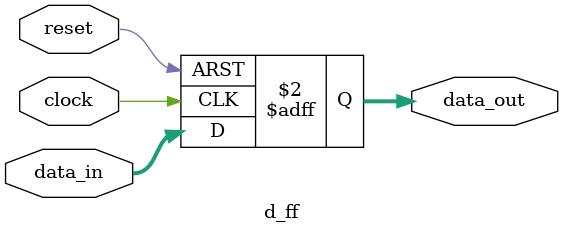
<source format=v>
`timescale 1ns / 1ps

module d_ff(data_in,clock,reset,data_out);

input [7:0] data_in;
input clock;
input reset;
output reg [7:0] data_out;

always@(posedge clock or posedge reset)
begin
    if(reset)
    data_out <= 8'b0000_0000;
    else
    data_out <= data_in;
end

endmodule

</source>
